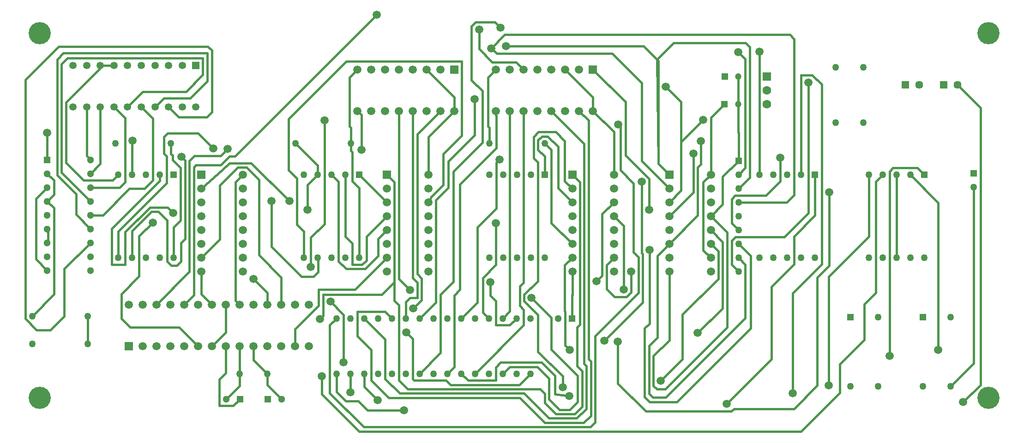
<source format=gtl>
G04*
G04 #@! TF.GenerationSoftware,Altium Limited,Altium Designer,22.10.1 (41)*
G04*
G04 Layer_Physical_Order=1*
G04 Layer_Color=255*
%FSLAX44Y44*%
%MOMM*%
G71*
G04*
G04 #@! TF.SameCoordinates,32F31579-D79C-4316-A766-7920AF119118*
G04*
G04*
G04 #@! TF.FilePolarity,Positive*
G04*
G01*
G75*
%ADD24C,1.4500*%
%ADD25R,1.4500X1.4500*%
%ADD26C,1.3500*%
%ADD27R,1.3500X1.3500*%
%ADD31C,1.3000*%
%ADD32R,1.3000X1.3000*%
%ADD33R,1.2000X1.2000*%
%ADD34C,1.2000*%
%ADD37C,0.4000*%
%ADD38C,1.2700*%
%ADD39R,1.2700X1.2700*%
%ADD40R,1.2700X1.2700*%
%ADD41C,4.0640*%
%ADD42C,1.5000*%
%ADD43R,1.5000X1.5000*%
%ADD44R,1.5000X1.5000*%
%ADD45R,1.6000X1.6000*%
%ADD46C,1.6000*%
D24*
X2202700Y315000D02*
D03*
X2272700D02*
D03*
D25*
X2177300D02*
D03*
X2247300D02*
D03*
D26*
X876000Y274800D02*
D03*
X851000D02*
D03*
X826000D02*
D03*
X801000D02*
D03*
X776000D02*
D03*
X751000D02*
D03*
X726000D02*
D03*
X701000D02*
D03*
X676000D02*
D03*
X651000D02*
D03*
Y351000D02*
D03*
X676000D02*
D03*
X701000D02*
D03*
X726000D02*
D03*
X751000D02*
D03*
X776000D02*
D03*
X801000D02*
D03*
X826000D02*
D03*
X851000D02*
D03*
D27*
X876000D02*
D03*
D31*
X1540600Y-113800D02*
D03*
X1033400Y-262000D02*
D03*
X683000Y177400D02*
D03*
Y152000D02*
D03*
Y126600D02*
D03*
Y101200D02*
D03*
Y75800D02*
D03*
Y50400D02*
D03*
Y25000D02*
D03*
Y-400D02*
D03*
Y-25800D02*
D03*
X603625D02*
D03*
Y-400D02*
D03*
Y25000D02*
D03*
Y50400D02*
D03*
Y75800D02*
D03*
Y101200D02*
D03*
Y126600D02*
D03*
Y152000D02*
D03*
X931800Y-262000D02*
D03*
D32*
X1566000Y-113800D02*
D03*
X1008000Y-262000D02*
D03*
X603625Y177400D02*
D03*
X957200Y-262000D02*
D03*
D33*
X1845800Y330700D02*
D03*
X1845400Y279900D02*
D03*
D34*
X1870800Y330700D02*
D03*
X1870400Y279900D02*
D03*
D37*
X956400Y-215400D02*
Y-164600D01*
X677800Y-160400D02*
Y-109600D01*
X2160800Y-2400D02*
Y150000D01*
X1870400Y279900D02*
Y305098D01*
X1870800Y305498D01*
Y330700D01*
X1871200Y175400D02*
Y227120D01*
X1870400Y227920D02*
X1871200Y227120D01*
X1870400Y227920D02*
Y279900D01*
X1566000Y-113800D02*
Y-71076D01*
X1566400Y-70676D01*
Y-27800D01*
X1806702Y11298D02*
X1820400Y-2400D01*
X1806702Y11298D02*
Y136302D01*
X1820400Y150000D01*
X676000Y184400D02*
X683000Y177400D01*
X676000Y184400D02*
Y274800D01*
X583125Y-5300D02*
X603625Y-25800D01*
X583125Y-5300D02*
Y106100D01*
X603625Y126600D01*
Y50400D02*
X605341Y48684D01*
Y26716D02*
Y48684D01*
X603625Y25000D02*
X605341Y26716D01*
X683000Y126600D02*
X736600D01*
X746506Y136506D01*
Y254294D01*
X726000Y274800D02*
X746506Y254294D01*
X1642600Y150000D02*
Y228700D01*
X1604100Y267200D02*
X1642600Y228700D01*
X1007200Y-235800D02*
Y-215400D01*
Y-235800D02*
X1033400Y-262000D01*
X1299300Y343400D02*
X1350100Y292600D01*
Y267200D02*
Y292600D01*
X1553300Y343400D02*
X1604100Y292600D01*
Y267200D02*
Y292600D01*
X948944Y-80944D02*
X956400Y-88400D01*
X948944Y-80944D02*
Y136344D01*
X962600Y150000D01*
X1175600Y-2400D02*
Y125178D01*
X1163066Y137712D02*
X1175600Y125178D01*
X1163066Y137712D02*
Y191434D01*
X1160400Y194100D02*
X1163066Y191434D01*
X1160400Y194100D02*
Y207900D01*
X1188809Y36209D02*
X1226400Y73800D01*
X1188809Y-7233D02*
Y36209D01*
X1181100Y-14942D02*
X1188809Y-7233D01*
X1163066Y-14942D02*
X1181100D01*
X1163066D02*
Y23920D01*
X1150200Y36786D02*
X1163066Y23920D01*
X1150200Y36786D02*
Y150000D01*
X1302600D02*
Y219700D01*
X1350100Y267200D01*
X1274826Y-95968D02*
X1290230Y-80564D01*
Y-40432D01*
X1281938Y-32140D02*
X1290230Y-40432D01*
X1281938Y-32140D02*
Y224438D01*
X1324700Y267200D01*
X1261200Y-113800D02*
Y-83762D01*
X1268730Y-76232D01*
X1282230D01*
Y-48432D01*
X1273900Y-40102D02*
X1282230Y-48432D01*
X1273900Y-40102D02*
Y267200D01*
X1452006Y-126194D02*
X1464400Y-113800D01*
X1425956Y-126194D02*
X1452006D01*
X1425956D02*
Y-81744D01*
X1416304Y-72092D02*
X1425956Y-81744D01*
X1416304Y-72092D02*
Y-46946D01*
X1086866Y-19514D02*
Y34842D01*
X1111758Y59734D01*
Y249726D01*
X1540256Y125344D02*
X1566400Y99200D01*
X1540256Y125344D02*
Y201244D01*
X1521250Y220250D02*
X1540256Y201244D01*
X1510750Y220250D02*
X1521250D01*
X1503650Y213150D02*
X1510750Y220250D01*
X1503650Y195550D02*
Y213150D01*
Y195550D02*
X1515600Y183600D01*
Y150000D02*
Y183600D01*
X1842195Y146395D02*
X1871200Y175400D01*
X1842195Y95596D02*
Y146395D01*
X1820400Y73800D02*
X1842195Y95596D01*
X1788414Y118014D02*
Y188766D01*
X1744200Y73800D02*
X1788414Y118014D01*
X1411732Y328832D02*
X1426300Y343400D01*
X1411732Y238804D02*
Y328832D01*
Y238804D02*
X1414400Y236136D01*
Y207900D02*
Y236136D01*
X1737868Y311956D02*
X1766062Y283762D01*
X1802130Y169462D02*
Y211626D01*
X1796542Y163874D02*
X1802130Y169462D01*
X1796542Y75342D02*
Y163874D01*
X1744200Y23000D02*
X1796542Y75342D01*
X1707134Y85466D02*
Y142711D01*
X1663954Y185891D02*
X1707134Y142711D01*
X1663954Y185891D02*
Y283546D01*
X1604100Y343400D02*
X1663954Y283546D01*
X1820400Y254900D02*
X1845400Y279900D01*
X1820400Y150000D02*
Y254900D01*
X1099400Y-2400D02*
X1100582Y-3582D01*
Y-28912D02*
Y-3582D01*
X1092200Y-37294D02*
X1100582Y-28912D01*
X1069987Y-37294D02*
X1092200D01*
X1014984Y17709D02*
X1069987Y-37294D01*
X1014984Y17709D02*
Y101898D01*
X759400Y150000D02*
Y211566D01*
X760222Y212388D01*
X1724152Y170048D02*
Y359200D01*
X1444498Y386378D02*
X1696974D01*
X1388200Y-215400D02*
X1477264Y-126336D01*
Y-97872D01*
X1470158Y-90766D02*
X1477264Y-97872D01*
X1470158Y-90766D02*
Y-54872D01*
X1477264Y-47766D01*
X1477100Y267200D02*
X1477264D01*
X1103630Y-115018D02*
X1109434Y-109214D01*
Y-69768D01*
X1217460D01*
X1240028Y-47200D01*
Y136372D01*
X1226400Y150000D02*
X1240028Y136372D01*
X1744200Y-153860D02*
Y-27800D01*
X1715247Y-182813D02*
X1744200Y-153860D01*
X1715247Y-237700D02*
Y-182813D01*
Y-237700D02*
X1721597Y-244050D01*
X1736674D01*
X1850134Y-130590D01*
Y44066D01*
X1820400Y73800D02*
X1850134Y44066D01*
X1426300Y259034D02*
Y267200D01*
Y259034D02*
X1426972Y258362D01*
Y198926D02*
Y258362D01*
X1360424Y132378D02*
X1426972Y198926D01*
X1360424Y-60916D02*
Y132378D01*
X1349756Y-71584D02*
X1360424Y-60916D01*
X1349756Y-203045D02*
Y-71584D01*
X1337400Y-215400D02*
X1349756Y-203045D01*
X1439000Y-113800D02*
X1451864Y-100936D01*
X1451700Y267200D02*
X1451864D01*
X2199250Y162350D02*
X2211600Y150000D01*
X2154682Y162350D02*
X2199250D01*
X2148332Y156000D02*
X2154682Y162350D01*
X2148332Y-183090D02*
Y156000D01*
X944670Y-274530D02*
X957200Y-262000D01*
X919226Y-274530D02*
X944670D01*
X919226D02*
Y-226270D01*
X931000Y-214496D01*
Y-164600D01*
X956400Y-237400D02*
Y-215400D01*
X931800Y-262000D02*
X956400Y-237400D01*
X835600Y-2400D02*
Y53487D01*
X848144Y66031D01*
Y162709D01*
X833419Y177433D02*
X848144Y162709D01*
X833419Y177433D02*
Y185165D01*
X830200Y188384D02*
X833419Y185165D01*
X830200Y188384D02*
Y207900D01*
X886400Y-2400D02*
X920242Y31442D01*
Y130854D01*
X952888Y163500D01*
X968600D01*
X991616Y140484D01*
Y2330D02*
Y140484D01*
Y2330D02*
X1032600Y-38654D01*
Y-88400D02*
Y-38654D01*
X1223302Y-101302D02*
X1235800Y-113800D01*
X1172464Y-101302D02*
X1223302D01*
X1172464Y-146006D02*
Y-101302D01*
Y-146006D02*
X1197864Y-171406D01*
Y-227794D02*
Y-171406D01*
Y-227794D02*
X1230158Y-260088D01*
X1470624D01*
X1515962Y-305426D01*
X1587500D01*
X1600362Y-292564D01*
Y-193088D01*
X1596390Y-189116D02*
X1600362Y-193088D01*
X1596390Y-189116D02*
Y249510D01*
X1578700Y267200D02*
X1596390Y249510D01*
X1172300Y267200D02*
X1179830Y259670D01*
Y195370D02*
Y259670D01*
X1426464Y-15450D02*
Y60885D01*
X1402588Y-39326D02*
X1426464Y-15450D01*
X1402588Y-102788D02*
Y-39326D01*
Y-102788D02*
X1413600Y-113800D01*
X981710Y-41358D02*
X1007200Y-66848D01*
Y-88400D02*
Y-66848D01*
X1820400Y48400D02*
X1842134Y26666D01*
Y-95170D02*
Y26666D01*
X1796542Y-140762D02*
X1842134Y-95170D01*
X1625346Y-155150D02*
X1695868Y-84628D01*
Y3952D01*
X1693418Y6402D02*
X1695868Y3952D01*
X1693418Y6402D02*
Y137204D01*
X1469450Y-235750D02*
X1489800Y-215400D01*
X1343024Y-235750D02*
X1469450D01*
X1335024Y-227750D02*
X1343024Y-235750D01*
X1276560Y-227750D02*
X1335024D01*
X1274064Y-225254D02*
X1276560Y-227750D01*
X1274064Y-225254D02*
Y-151594D01*
X1262126Y-139656D02*
X1274064Y-151594D01*
X981800Y-190000D02*
X1007200Y-215400D01*
X981800Y-190000D02*
Y-164600D01*
X1463586Y356914D02*
X1477100Y343400D01*
X1419352Y356914D02*
X1463586D01*
X1395405Y380861D02*
X1419352Y356914D01*
X1395405Y380861D02*
Y416604D01*
X1999234Y79292D02*
Y319322D01*
X1955800Y35858D02*
X1999234Y79292D01*
X1865630Y35858D02*
X1955800D01*
X1858772Y29000D02*
X1865630Y35858D01*
X1858772Y-15372D02*
Y29000D01*
Y-15372D02*
X1871200Y-27800D01*
Y-2400D02*
X1883664Y-14864D01*
Y-113060D02*
Y-14864D01*
X1737547Y-259177D02*
X1883664Y-113060D01*
X1714500Y-259177D02*
X1737547D01*
X1707247Y-251924D02*
X1714500Y-259177D01*
X1707247Y-251924D02*
Y-163763D01*
X1722374Y-148636D01*
Y1174D01*
X1744200Y23000D01*
X1707896Y-123328D02*
Y12096D01*
X1699247Y-131977D02*
X1707896Y-123328D01*
X1699247Y-258274D02*
Y-131977D01*
Y-258274D02*
X1708150Y-267177D01*
X1758247D01*
X1893316Y-132108D01*
Y884D01*
X1871200Y23000D02*
X1893316Y884D01*
X1858850Y60750D02*
X1871200Y48400D01*
X1858850Y60750D02*
Y105200D01*
X1865200Y111550D01*
X1921764D01*
X1947926Y137712D01*
Y181146D01*
X1766062Y210102D02*
X1806702Y250742D01*
X1744200Y99200D02*
X1766062Y121062D01*
X1871200Y99200D02*
X1959452D01*
X1973326Y113074D01*
Y399078D01*
X1965452Y406952D02*
X1973326Y399078D01*
X1442720Y406952D02*
X1965452D01*
X1418082Y382314D02*
X1442720Y406952D01*
X1418082Y382314D02*
X1427734Y372662D01*
X1639570D01*
X1693418Y318814D01*
Y175382D02*
Y318814D01*
Y175382D02*
X1744200Y124600D01*
X1724152Y170048D02*
X1744200Y150000D01*
X1721993Y361359D02*
X1724152Y170048D01*
X1721993Y361359D02*
X1752600Y391966D01*
X1884426D01*
X1891792Y384600D01*
Y145192D02*
Y384600D01*
X1871200Y124600D02*
X1891792Y145192D01*
X1870710Y375202D02*
X1883664Y362248D01*
Y162464D02*
Y362248D01*
X1871200Y150000D02*
X1883664Y162464D01*
X826000Y274800D02*
X844724Y256076D01*
X896620D01*
X905256Y264712D01*
Y378250D01*
X897890Y385616D02*
X905256Y378250D01*
X624586Y385616D02*
X897890D01*
X563626Y324656D02*
X624586Y385616D01*
X563626Y-114510D02*
Y324656D01*
Y-114510D02*
X584200Y-135084D01*
X609600D01*
X635000Y-109684D01*
Y-23000D01*
X683000Y25000D01*
X656336Y77064D02*
X683000Y50400D01*
X656336Y77064D02*
Y114598D01*
X621792Y149142D02*
X656336Y114598D01*
X621792Y149142D02*
Y362006D01*
X632956Y373170D01*
X897128D01*
Y322116D02*
Y373170D01*
X865886Y290874D02*
X897128Y322116D01*
X817074Y290874D02*
X865886D01*
X801000Y274800D02*
X817074Y290874D01*
X776000Y274800D02*
X797306Y253494D01*
Y139998D02*
Y253494D01*
X781556Y124248D02*
X797306Y139998D01*
X754336Y124248D02*
X781556D01*
X705888Y75800D02*
X754336Y124248D01*
X683000Y75800D02*
X705888D01*
X751000Y274800D02*
X778758Y302558D01*
X858266D01*
X889000Y333292D01*
Y363772D01*
X640842D02*
X889000D01*
X629920Y352850D02*
X640842Y363772D01*
X629920Y154280D02*
Y352850D01*
Y154280D02*
X683000Y101200D01*
Y152000D02*
X701000Y170000D01*
Y274800D01*
X603625Y177400D02*
Y227425D01*
X2272700Y315000D02*
X2314956Y272744D01*
Y-236176D02*
Y272744D01*
X2283382Y-267750D02*
X2314956Y-236176D01*
X854800Y-88400D02*
X872144Y-71056D01*
Y163620D01*
X876208Y167684D01*
X921766D01*
X937608Y183526D01*
X947712D01*
X1207968Y443782D01*
X1642600Y73800D02*
X1660652Y55748D01*
Y-60662D02*
Y55748D01*
X1621100Y77700D02*
X1642600Y99200D01*
X1621100Y-35661D02*
Y77700D01*
X1611122Y-45639D02*
X1621100Y-35661D01*
X1528064Y61336D02*
X1566400Y23000D01*
X1528064Y61336D02*
Y195836D01*
X1516000Y207900D02*
X1528064Y195836D01*
X1491742Y-76410D02*
X1528064Y-112732D01*
Y-170606D02*
Y-112732D01*
Y-170606D02*
X1576362Y-218904D01*
Y-267164D02*
Y-218904D01*
X1562100Y-281426D02*
X1576362Y-267164D01*
X1543004Y-281426D02*
X1562100D01*
X1523931Y-262354D02*
X1543004Y-281426D01*
X1523931Y-262354D02*
Y-224677D01*
X1502156Y-202902D02*
X1523931Y-224677D01*
X1451498Y-202902D02*
X1502156D01*
X1439000Y-215400D02*
X1451498Y-202902D01*
X1534922Y-252686D02*
X1560576Y-256788D01*
X1534922Y-252686D02*
Y-219540D01*
X1510156Y-194774D02*
X1534922Y-219540D01*
X1435100Y-194774D02*
X1510156D01*
X1425956Y-203918D02*
X1435100Y-194774D01*
X1425956Y-227750D02*
Y-203918D01*
X1375150Y-227750D02*
X1425956D01*
X1362800Y-215400D02*
X1375150Y-227750D01*
X1286600Y-215400D02*
X1324864Y-177136D01*
Y-70060D01*
X1348740Y-46184D01*
Y156254D01*
X1401318Y208832D01*
Y303828D01*
X1381760Y323386D02*
X1401318Y303828D01*
X1381760Y323386D02*
Y422700D01*
X1389380Y430320D01*
X1424686D01*
X1434592Y420414D01*
X1909318Y258028D02*
Y376218D01*
Y258028D02*
X1910000Y257346D01*
Y150000D02*
Y257346D01*
X2237740Y-171660D02*
Y98460D01*
X2186200Y150000D02*
X2237740Y98460D01*
X1649915Y-233295D02*
Y-156674D01*
Y-233295D02*
X1701095Y-284474D01*
X1858193D01*
X1862803Y-279864D01*
X1972818D01*
X2015490Y-237192D01*
Y-38816D01*
X2037842Y-16464D01*
Y117900D01*
X2122932Y137532D02*
X2135400Y150000D01*
X2122932Y-66504D02*
Y137532D01*
X2101850Y-87586D02*
X2122932Y-66504D01*
X2101850Y-153372D02*
Y-87586D01*
X2057146Y-198076D02*
X2101850Y-153372D01*
X2057146Y-250400D02*
Y-198076D01*
X1986120Y-321426D02*
X2057146Y-250400D01*
X1175926Y-321426D02*
X1986120D01*
X1107440Y-252940D02*
X1175926Y-321426D01*
X1107440Y-252940D02*
Y-219920D01*
X1985518Y164382D02*
X1986200Y150000D01*
X1985518Y164382D02*
Y333038D01*
X2006600D01*
X2024126Y315512D01*
Y-14180D02*
Y315512D01*
X1970278Y-68028D02*
X2024126Y-14180D01*
X1970278Y-251750D02*
Y-68028D01*
X1185000Y-239568D02*
X1209294Y-263862D01*
X1185000Y-239568D02*
Y-215400D01*
X1159600Y-249772D02*
Y-215400D01*
X2036826Y-236684D02*
Y-37039D01*
X2110000Y36135D01*
Y150000D01*
X2011600Y75148D02*
Y150000D01*
X1973326Y36874D02*
X2011600Y75148D01*
X1973326Y-14688D02*
Y36874D01*
X1931924Y-56090D02*
X1973326Y-14688D01*
X1931924Y-188424D02*
Y-56090D01*
X1849374Y-270974D02*
X1931924Y-188424D01*
X1191006Y-282658D02*
X1257808D01*
X1174242Y-265894D02*
X1191006Y-282658D01*
X1151382Y-265894D02*
X1174242D01*
X1134200Y-248712D02*
X1151382Y-265894D01*
X1134200Y-248712D02*
Y-215400D01*
X1302600Y99200D02*
X1307338Y109138D01*
X1329329Y131129D01*
Y187750D01*
X1363726Y222147D01*
Y358438D01*
X1151890D02*
X1363726D01*
X1046226Y252774D02*
X1151890Y358438D01*
X1046226Y158032D02*
Y252774D01*
Y158032D02*
X1061212Y143046D01*
Y58718D02*
Y143046D01*
Y58718D02*
X1074000Y45930D01*
Y-2400D02*
Y45930D01*
X1099400Y150000D02*
Y167300D01*
X1058800Y207900D02*
X1099400Y167300D01*
X1081024Y131624D02*
X1099400Y150000D01*
X1081024Y85896D02*
Y131624D01*
X1124800Y150000D02*
X1137666Y137134D01*
Y-9100D02*
Y137134D01*
Y-9100D02*
X1151636Y-23070D01*
X1186434D01*
X1210056Y552D01*
Y32056D01*
X1226400Y48400D01*
X1175600Y150000D02*
X1226400Y99200D01*
X759400Y-2400D02*
Y46466D01*
X795020Y82086D01*
X807159D01*
X823214Y66031D01*
Y-9100D02*
Y66031D01*
Y-9100D02*
X830834Y-16720D01*
X841502D01*
X849122Y-9100D01*
Y25024D01*
X856144Y32046D01*
Y176410D01*
X849630Y182924D02*
X856144Y176410D01*
X734000Y-2400D02*
Y45877D01*
X822706Y134583D01*
Y183940D01*
X817626Y189020D02*
X822706Y183940D01*
X817626Y189020D02*
Y219500D01*
X823976Y225850D01*
X880110D01*
X908050Y197910D01*
X824104Y90086D02*
X834644Y79546D01*
X791706Y90086D02*
X824104D01*
X746760Y45140D02*
X791706Y90086D01*
X746760Y-14942D02*
Y45140D01*
X721614Y-14942D02*
X746760D01*
X721614D02*
Y50590D01*
X810200Y139176D01*
Y150000D01*
X706048Y351000D02*
X726000D01*
X638048Y171748D02*
Y283000D01*
Y171748D02*
X670306Y139490D01*
X723490D01*
X734000Y150000D01*
X905600Y-164600D02*
X931000Y-139200D01*
Y-88400D01*
X1122934Y-83268D02*
X1146810Y-107144D01*
Y-194991D02*
Y-107144D01*
X1553210Y-163278D02*
X1561338Y-171406D01*
X1553210Y-163278D02*
Y-101302D01*
X1552702Y-100794D02*
X1553210Y-101302D01*
X1552702Y-100794D02*
Y-16098D01*
X1566400Y-2400D01*
X1058000Y-164600D02*
Y-133648D01*
X1101434Y-90214D01*
Y-61098D01*
X1167701D01*
X1226400Y-2400D01*
X921595Y184410D02*
X934212Y197027D01*
X873564Y184410D02*
X921595D01*
X864144Y174989D02*
X873564Y184410D01*
X864144Y-28256D02*
Y174989D01*
X804000Y-88400D02*
X864144Y-28256D01*
X772160Y37128D02*
X796798Y61766D01*
X772160Y-36532D02*
Y37128D01*
X739648Y-69044D02*
X772160Y-36532D01*
X739648Y-114002D02*
Y-69044D01*
Y-114002D02*
X755650Y-130004D01*
X845604D01*
X880200Y-164600D01*
X886400Y124600D02*
X925058Y159199D01*
X937360Y171500D01*
X977900D01*
X1047502Y101898D01*
X1728747Y-228416D02*
X1768602Y-188562D01*
Y-106890D01*
X1834134Y-41358D01*
Y9266D01*
X1820400Y23000D02*
X1834134Y9266D01*
X1552702Y138298D02*
X1566400Y124600D01*
X1552702Y138298D02*
Y212134D01*
X1536446Y228390D02*
X1552702Y212134D01*
X1504442Y228390D02*
X1536446D01*
X1495552Y219500D02*
X1504442Y228390D01*
X1495552Y180130D02*
Y219500D01*
Y180130D02*
X1503172Y172510D01*
Y-45600D02*
Y172510D01*
X1478242Y-70530D02*
X1503172Y-45600D01*
X1478242Y-82252D02*
Y-70530D01*
Y-82252D02*
X1503172Y-107182D01*
Y-174919D02*
Y-107182D01*
Y-174919D02*
X1548638Y-220385D01*
Y-240601D02*
Y-220385D01*
X1566400Y150000D02*
X1580134Y136266D01*
Y-125362D02*
Y136266D01*
X1575146Y-130350D02*
X1580134Y-125362D01*
X1575146Y-201396D02*
Y-130350D01*
Y-201396D02*
X1584362Y-210612D01*
Y-275800D02*
Y-210612D01*
X1570736Y-289426D02*
X1584362Y-275800D01*
X1535907Y-289426D02*
X1570736D01*
X1515931Y-269450D02*
X1535907Y-289426D01*
X1515931Y-269450D02*
Y-252088D01*
X1507593Y-243750D02*
X1515931Y-252088D01*
X1264366Y-243750D02*
X1507593D01*
X1248410Y-227794D02*
X1264366Y-243750D01*
X1248410Y-227794D02*
Y-89872D01*
X1240028Y-81490D02*
X1248410Y-89872D01*
X1426972Y172002D02*
X1432814Y177844D01*
X1426972Y88182D02*
Y172002D01*
X1392174Y53384D02*
X1426972Y88182D01*
X1392174Y-84426D02*
Y53384D01*
X1362800Y-113800D02*
X1392174Y-84426D01*
X1248500Y-41702D02*
Y267200D01*
Y-41702D02*
X1268730Y-61932D01*
X1387602Y223019D02*
Y288842D01*
X1339032Y174449D02*
X1387602Y223019D01*
X1339032Y125904D02*
Y174449D01*
X1316228Y103100D02*
X1339032Y125904D01*
X1316228Y-84172D02*
Y103100D01*
X1286600Y-113800D02*
X1316228Y-84172D01*
X1185000Y-113800D02*
X1223264Y-152064D01*
Y-225000D02*
Y-152064D01*
Y-225000D02*
X1250014Y-251750D01*
X1478286D01*
X1523962Y-297426D01*
X1574800D01*
X1592362Y-279864D01*
Y-201088D01*
X1588262Y-196988D02*
X1592362Y-201088D01*
X1588262Y-196988D02*
Y206838D01*
X1527900Y267200D02*
X1588262Y206838D01*
X1650238Y242106D02*
X1654556Y237788D01*
Y158286D02*
Y237788D01*
Y158286D02*
X1678686Y134156D01*
Y7448D02*
Y134156D01*
Y7448D02*
X1687868Y-1734D01*
Y-66720D02*
Y-1734D01*
X1608582Y-146006D02*
X1687868Y-66720D01*
X1608582Y-305044D02*
Y-146006D01*
X1600200Y-313426D02*
X1608582Y-305044D01*
X1183674Y-313426D02*
X1600200D01*
X1121664Y-251416D02*
X1183674Y-313426D01*
X1121664Y-251416D02*
Y-126336D01*
X1134200Y-113800D01*
X886400Y-69201D02*
X905600Y-88400D01*
X886400Y-69201D02*
Y-27800D01*
X1157732Y328832D02*
X1172300Y343400D01*
X1157732Y238678D02*
Y328832D01*
Y238678D02*
X1160400Y236010D01*
Y207900D02*
Y236010D01*
X603625Y152000D02*
X616204Y139421D01*
Y113779D02*
Y139421D01*
X603625Y101200D02*
X616204Y113779D01*
X576200Y-109600D02*
X616204Y-69596D01*
Y88621D01*
X603625Y101200D02*
X616204Y88621D01*
X1629100Y-15900D02*
X1642600Y-2400D01*
X1629100Y-59900D02*
Y-15900D01*
Y-59900D02*
X1643578Y-74378D01*
X1666240D01*
X1674368Y-66250D01*
Y-27800D01*
X2302600Y-196300D02*
Y127500D01*
X2260400Y-238500D02*
X2302600Y-196300D01*
X1766062Y121062D02*
Y210102D01*
Y283762D01*
X1696974Y386378D02*
X1721993Y361359D01*
X1724152Y359200D01*
X638048Y283000D02*
X706048Y351000D01*
X1240028Y-81490D02*
Y-47200D01*
X1451864Y-100936D02*
Y267200D01*
X1477264Y-47766D02*
Y267200D01*
D38*
X1261200Y-113800D02*
D03*
Y-215400D02*
D03*
X1312000Y-113800D02*
D03*
Y-215400D02*
D03*
X1337400Y-113800D02*
D03*
Y-215400D02*
D03*
X1388200Y-113800D02*
D03*
Y-215400D02*
D03*
X1362800Y-113800D02*
D03*
Y-215400D02*
D03*
X1286600D02*
D03*
Y-113800D02*
D03*
X1413600D02*
D03*
Y-215400D02*
D03*
X1464400Y-113800D02*
D03*
Y-215400D02*
D03*
X1489800Y-113800D02*
D03*
Y-215400D02*
D03*
X1439000D02*
D03*
Y-113800D02*
D03*
X1210400D02*
D03*
Y-215400D02*
D03*
X1185000D02*
D03*
Y-113800D02*
D03*
X1235800Y-215400D02*
D03*
Y-113800D02*
D03*
X1134200Y-215400D02*
D03*
Y-113800D02*
D03*
X1159600D02*
D03*
Y-215400D02*
D03*
X1871200Y-27800D02*
D03*
Y-2400D02*
D03*
Y23000D02*
D03*
Y48400D02*
D03*
Y73800D02*
D03*
Y99200D02*
D03*
Y124600D02*
D03*
Y150000D02*
D03*
X2076600Y-238500D02*
D03*
X2127400Y-111500D02*
D03*
Y-238500D02*
D03*
X2209600D02*
D03*
X2260400Y-111500D02*
D03*
Y-238500D02*
D03*
X2302600Y127500D02*
D03*
X1007200Y-215400D02*
D03*
X956400D02*
D03*
X2049400Y347600D02*
D03*
Y246000D02*
D03*
X2100200Y347600D02*
D03*
Y246000D02*
D03*
X576200Y-109600D02*
D03*
X677800D02*
D03*
X576200Y-160400D02*
D03*
X677800D02*
D03*
X830200Y207900D02*
D03*
X728600D02*
D03*
X1160400D02*
D03*
X1058800D02*
D03*
X1414400D02*
D03*
X1516000D02*
D03*
X784800Y150000D02*
D03*
X810200D02*
D03*
X759400D02*
D03*
X734000D02*
D03*
X835600Y-2400D02*
D03*
X810200D02*
D03*
X784800D02*
D03*
X759400D02*
D03*
X734000D02*
D03*
X1124800Y150000D02*
D03*
X1150200D02*
D03*
X1099400D02*
D03*
X1074000D02*
D03*
X1175600Y-2400D02*
D03*
X1150200D02*
D03*
X1124800D02*
D03*
X1099400D02*
D03*
X1074000D02*
D03*
X1464800Y150000D02*
D03*
X1490200D02*
D03*
X1439400D02*
D03*
X1414000D02*
D03*
X1515600Y-2400D02*
D03*
X1490200D02*
D03*
X1464800D02*
D03*
X1439400D02*
D03*
X1414000D02*
D03*
X1910000D02*
D03*
X1935400D02*
D03*
X1960800D02*
D03*
X1986200D02*
D03*
X2011600D02*
D03*
X1910000Y150000D02*
D03*
X1935400D02*
D03*
X1986200D02*
D03*
X1960800D02*
D03*
X2110000Y-2400D02*
D03*
X2135400D02*
D03*
X2160800D02*
D03*
X2186200D02*
D03*
X2211600D02*
D03*
X2110000Y150000D02*
D03*
X2135400D02*
D03*
X2186200D02*
D03*
X2160800D02*
D03*
D39*
X1871200Y175400D02*
D03*
X2076600Y-111500D02*
D03*
X2209600D02*
D03*
X2302600Y152900D02*
D03*
D40*
X835600Y150000D02*
D03*
X1175600D02*
D03*
X1515600D02*
D03*
X2011600D02*
D03*
X2211600D02*
D03*
D41*
X590000Y410000D02*
D03*
X2330000D02*
D03*
Y-260000D02*
D03*
X590000D02*
D03*
D42*
X1426300Y267200D02*
D03*
X1451700D02*
D03*
X1477100D02*
D03*
X1502500D02*
D03*
X1527900D02*
D03*
X1553300D02*
D03*
X1578700D02*
D03*
X1604100D02*
D03*
X1426300Y343400D02*
D03*
X1451700D02*
D03*
X1477100D02*
D03*
X1502500D02*
D03*
X1527900D02*
D03*
X1553300D02*
D03*
X1578700D02*
D03*
X1324700D02*
D03*
X1299300D02*
D03*
X1273900D02*
D03*
X1248500D02*
D03*
X1223100D02*
D03*
X1197700D02*
D03*
X1172300D02*
D03*
X1350100Y267200D02*
D03*
X1324700D02*
D03*
X1299300D02*
D03*
X1273900D02*
D03*
X1248500D02*
D03*
X1223100D02*
D03*
X1197700D02*
D03*
X1172300D02*
D03*
X962600Y-27800D02*
D03*
Y-2400D02*
D03*
Y23000D02*
D03*
Y48400D02*
D03*
Y73800D02*
D03*
Y99200D02*
D03*
Y124600D02*
D03*
Y150000D02*
D03*
X886400Y-27800D02*
D03*
Y-2400D02*
D03*
Y23000D02*
D03*
Y48400D02*
D03*
Y73800D02*
D03*
Y99200D02*
D03*
Y124600D02*
D03*
X1226400D02*
D03*
Y99200D02*
D03*
Y73800D02*
D03*
Y48400D02*
D03*
Y23000D02*
D03*
Y-2400D02*
D03*
Y-27800D02*
D03*
X1302600Y150000D02*
D03*
Y124600D02*
D03*
Y99200D02*
D03*
Y73800D02*
D03*
Y48400D02*
D03*
Y23000D02*
D03*
Y-2400D02*
D03*
Y-27800D02*
D03*
X1566400Y124600D02*
D03*
Y99200D02*
D03*
Y73800D02*
D03*
Y48400D02*
D03*
Y23000D02*
D03*
Y-2400D02*
D03*
Y-27800D02*
D03*
X1642600Y150000D02*
D03*
Y124600D02*
D03*
Y99200D02*
D03*
Y73800D02*
D03*
Y48400D02*
D03*
Y23000D02*
D03*
Y-2400D02*
D03*
Y-27800D02*
D03*
X1744200Y124600D02*
D03*
Y99200D02*
D03*
Y73800D02*
D03*
Y48400D02*
D03*
Y23000D02*
D03*
Y-2400D02*
D03*
Y-27800D02*
D03*
X1820400Y150000D02*
D03*
Y124600D02*
D03*
Y99200D02*
D03*
Y73800D02*
D03*
Y48400D02*
D03*
Y23000D02*
D03*
Y-2400D02*
D03*
Y-27800D02*
D03*
X1083400Y-88400D02*
D03*
X1058000D02*
D03*
X1032600D02*
D03*
X1007200D02*
D03*
X981800D02*
D03*
X956400D02*
D03*
X931000D02*
D03*
X905600D02*
D03*
X880200D02*
D03*
X854800D02*
D03*
X829400D02*
D03*
X804000D02*
D03*
X778600D02*
D03*
X753200D02*
D03*
X1083400Y-164600D02*
D03*
X1058000D02*
D03*
X1032600D02*
D03*
X1007200D02*
D03*
X981800D02*
D03*
X956400D02*
D03*
X931000D02*
D03*
X905600D02*
D03*
X880200D02*
D03*
X854800D02*
D03*
X829400D02*
D03*
X804000D02*
D03*
X778600D02*
D03*
X1274826Y-95968D02*
D03*
X1416304Y-46946D02*
D03*
X1086866Y-19514D02*
D03*
X1111758Y249726D02*
D03*
X1737868Y311956D02*
D03*
X1802130Y211626D02*
D03*
X1707134Y85466D02*
D03*
X1014984Y101898D02*
D03*
X760222Y212388D02*
D03*
X1444498Y386378D02*
D03*
X1103630Y-115018D02*
D03*
X2148332Y-183090D02*
D03*
X1179830Y195370D02*
D03*
X1426464Y60885D02*
D03*
X981710Y-41358D02*
D03*
X1796542Y-140762D02*
D03*
X1625346Y-155150D02*
D03*
X1693418Y137204D02*
D03*
X1262126Y-139656D02*
D03*
X1395405Y416604D02*
D03*
X1999234Y319322D02*
D03*
X1707896Y12096D02*
D03*
X1947926Y181146D02*
D03*
X1788414Y188766D02*
D03*
X1806702Y250742D02*
D03*
X1418082Y382314D02*
D03*
X1870710Y375202D02*
D03*
X603625Y227425D02*
D03*
X2283382Y-267750D02*
D03*
X1207968Y443782D02*
D03*
X1660652Y-60662D02*
D03*
X1611122Y-45639D02*
D03*
X1491742Y-76410D02*
D03*
X1560576Y-256788D02*
D03*
X1434592Y420414D02*
D03*
X1909318Y376218D02*
D03*
X2237740Y-171660D02*
D03*
X1649915Y-156674D02*
D03*
X2037842Y117900D02*
D03*
X1107440Y-219920D02*
D03*
X1970278Y-251750D02*
D03*
X1209294Y-263862D02*
D03*
X1159600Y-249772D02*
D03*
X2036826Y-236684D02*
D03*
X1849374Y-270974D02*
D03*
X1257808Y-282658D02*
D03*
X1081024Y85896D02*
D03*
X849630Y182924D02*
D03*
X908050Y197910D02*
D03*
X834644Y79546D02*
D03*
X1122934Y-83268D02*
D03*
X1146810Y-194991D02*
D03*
X1561338Y-171406D02*
D03*
X934212Y197027D02*
D03*
X796798Y61766D02*
D03*
X1047502Y101898D02*
D03*
X1728747Y-228416D02*
D03*
X1548638Y-240601D02*
D03*
X1432814Y177844D02*
D03*
X1268730Y-61932D02*
D03*
X1387602Y288842D02*
D03*
X1650238Y242106D02*
D03*
X1674368Y-27800D02*
D03*
D43*
X1604100Y343400D02*
D03*
X1350100D02*
D03*
X753200Y-164600D02*
D03*
D44*
X886400Y150000D02*
D03*
X1226400D02*
D03*
X1566400D02*
D03*
X1744200D02*
D03*
D45*
X1923500Y330000D02*
D03*
D46*
Y304600D02*
D03*
Y279200D02*
D03*
M02*

</source>
